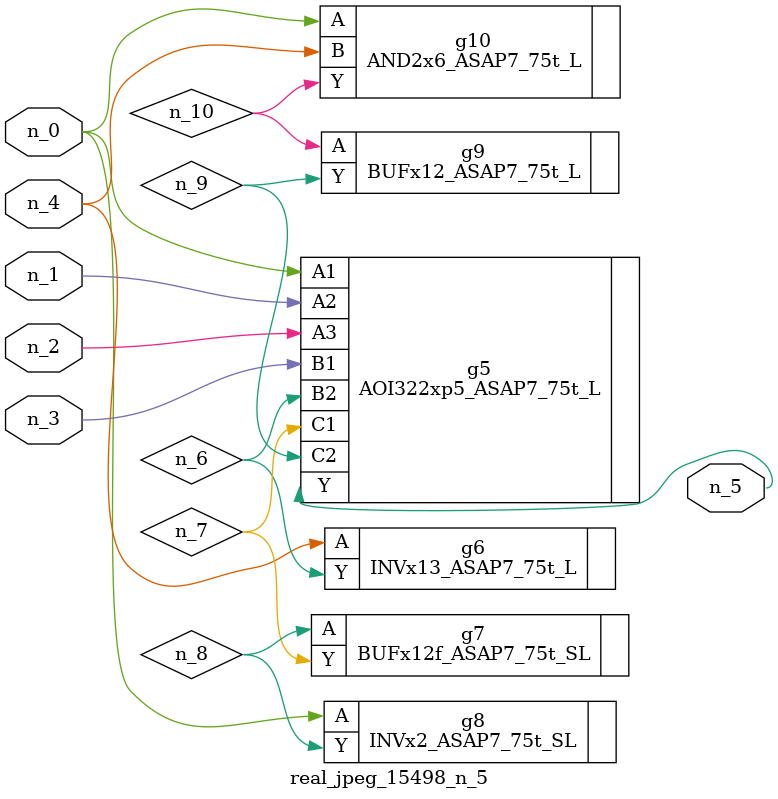
<source format=v>
module real_jpeg_15498_n_5 (n_4, n_0, n_1, n_2, n_3, n_5);

input n_4;
input n_0;
input n_1;
input n_2;
input n_3;

output n_5;

wire n_8;
wire n_6;
wire n_7;
wire n_10;
wire n_9;

AOI322xp5_ASAP7_75t_L g5 ( 
.A1(n_0),
.A2(n_1),
.A3(n_2),
.B1(n_3),
.B2(n_6),
.C1(n_7),
.C2(n_9),
.Y(n_5)
);

INVx2_ASAP7_75t_SL g8 ( 
.A(n_0),
.Y(n_8)
);

AND2x6_ASAP7_75t_L g10 ( 
.A(n_0),
.B(n_4),
.Y(n_10)
);

INVx13_ASAP7_75t_L g6 ( 
.A(n_4),
.Y(n_6)
);

BUFx12f_ASAP7_75t_SL g7 ( 
.A(n_8),
.Y(n_7)
);

BUFx12_ASAP7_75t_L g9 ( 
.A(n_10),
.Y(n_9)
);


endmodule
</source>
